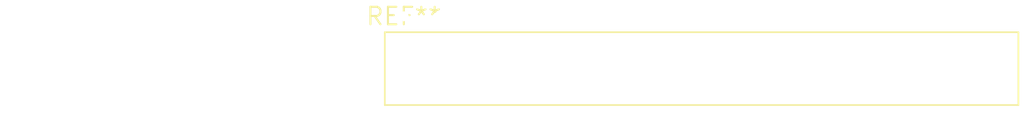
<source format=kicad_pcb>
(kicad_pcb (version 20240108) (generator pcbnew)
  (layers (0 "F.Cu" signal) (31 "B.Cu" signal) (34 "B.Paste" user) (35 "F.Paste" user) (36 "B.SilkS" user "B.Silkscreen") (37 "F.SilkS" user "F.Silkscreen") (38 "B.Mask" user) (39 "F.Mask" user) (44 "Edge.Cuts" user))
  (net 0 "")
  (footprint "Samtec_HLE-118-02-xx-DV-PE_2x18_P2.54mm_Horizontal" (layer "F.Cu") (at 0 0)
    (property "Reference" "REF**")
    (property "Value" "Samtec_HLE-118-02-xx-DV-PE_2x18_P2.54mm_Horizontal")
    (fp_line (start -1.38 1.16) (end 44.56 1.16) (layer "F.SilkS") (stroke (width 0.12)))
    (fp_line (start -1.38 6.46) (end -1.38 1.16) (layer "F.SilkS") (stroke (width 0.12)))
    (fp_line (start 44.56 1.16) (end 44.56 6.46) (layer "F.SilkS") (stroke (width 0.12)))
    (fp_line (start 44.56 6.46) (end -1.38 6.46) (layer "F.SilkS") (stroke (width 0.12)))
    (pad "" np_thru_hole circle (at 0 2.54) (size 1.4 1.4) (drill 1.4) (layers *.Cu *.Mask))
    (pad "" np_thru_hole circle (at 0 5.08) (size 1.4 1.4) (drill 1.4) (layers *.Cu *.Mask))
    (pad "" np_thru_hole circle (at 2.54 2.54) (size 1.4 1.4) (drill 1.4) (layers *.Cu *.Mask))
    (pad "" np_thru_hole circle (at 2.54 5.08) (size 1.4 1.4) (drill 1.4) (layers *.Cu *.Mask))
    (pad "" np_thru_hole circle (at 5.08 2.54) (size 1.4 1.4) (drill 1.4) (layers *.Cu *.Mask))
    (pad "" np_thru_hole circle (at 5.08 5.08) (size 1.4 1.4) (drill 1.4) (layers *.Cu *.Mask))
    (pad "" np_thru_hole circle (at 7.62 2.54) (size 1.4 1.4) (drill 1.4) (layers *.Cu *.Mask))
    (pad "" np_thru_hole circle (at 7.62 5.08) (size 1.4 1.4) (drill 1.4) (layers *.Cu *.Mask))
    (pad "" np_thru_hole circle (at 10.16 2.54) (size 1.4 1.4) (drill 1.4) (layers *.Cu *.Mask))
    (pad "" np_thru_hole circle (at 10.16 5.08) (size 1.4 1.4) (drill 1.4) (layers *.Cu *.Mask))
    (pad "" np_thru_hole circle (at 12.7 2.54) (size 1.4 1.4) (drill 1.4) (layers *.Cu *.Mask))
    (pad "" np_thru_hole circle (at 12.7 5.08) (size 1.4 1.4) (drill 1.4) (layers *.Cu *.Mask))
    (pad "" np_thru_hole circle (at 15.24 2.54) (size 1.4 1.4) (drill 1.4) (layers *.Cu *.Mask))
    (pad "" np_thru_hole circle (at 15.24 5.08) (size 1.4 1.4) (drill 1.4) (layers *.Cu *.Mask))
    (pad "" np_thru_hole circle (at 17.78 2.54) (size 1.4 1.4) (drill 1.4) (layers *.Cu *.Mask))
    (pad "" np_thru_hole circle (at 17.78 5.08) (size 1.4 1.4) (drill 1.4) (layers *.Cu *.Mask))
    (pad "" np_thru_hole circle (at 20.32 2.54) (size 1.4 1.4) (drill 1.4) (layers *.Cu *.Mask))
    (pad "" np_thru_hole circle (at 20.32 5.08) (size 1.4 1.4) (drill 1.4) (layers *.Cu *.Mask))
    (pad "" np_thru_hole circle (at 22.86 2.54) (size 1.4 1.4) (drill 1.4) (layers *.Cu *.Mask))
    (pad "" np_thru_hole circle (at 22.86 5.08) (size 1.4 1.4) (drill 1.4) (layers *.Cu *.Mask))
    (pad "" np_thru_hole circle (at 25.4 2.54) (size 1.4 1.4) (drill 1.4) (layers *.Cu *.Mask))
    (pad "" np_thru_hole circle (at 25.4 5.08) (size 1.4 1.4) (drill 1.4) (layers *.Cu *.Mask))
    (pad "" np_thru_hole circle (at 27.94 2.54) (size 1.4 1.4) (drill 1.4) (layers *.Cu *.Mask))
    (pad "" np_thru_hole circle (at 27.94 5.08) (size 1.4 1.4) (drill 1.4) (layers *.Cu *.Mask))
    (pad "" np_thru_hole circle (at 30.48 2.54) (size 1.4 1.4) (drill 1.4) (layers *.Cu *.Mask))
    (pad "" np_thru_hole circle (at 30.48 5.08) (size 1.4 1.4) (drill 1.4) (layers *.Cu *.Mask))
    (pad "" np_thru_hole circle (at 33.02 2.54) (size 1.4 1.4) (drill 1.4) (layers *.Cu *.Mask))
    (pad "" np_thru_hole circle (at 33.02 5.08) (size 1.4 1.4) (drill 1.4) (layers *.Cu *.Mask))
    (pad "" np_thru_hole circle (at 35.56 2.54) (size 1.4 1.4) (drill 1.4) (layers *.Cu *.Mask))
    (pad "" np_thru_hole circle (at 35.56 5.08) (size 1.4 1.4) (drill 1.4) (layers *.Cu *.Mask))
    (pad "" np_thru_hole circle (at 38.1 2.54) (size 1.4 1.4) (drill 1.4) (layers *.Cu *.Mask))
    (pad "" np_thru_hole circle (at 38.1 5.08) (size 1.4 1.4) (drill 1.4) (layers *.Cu *.Mask))
    (pad "" np_thru_hole circle (at 40.64 2.54) (size 1.4 1.4) (drill 1.4) (layers *.Cu *.Mask))
    (pad "" np_thru_hole circle (at 40.64 5.08) (size 1.4 1.4) (drill 1.4) (layers *.Cu *.Mask))
    (pad "" np_thru_hole circle (at 43.18 2.54) (size 1.4 1.4) (drill 1.4) (layers *.Cu *.Mask))
    (pad "" np_thru_hole circle (at 43.18 5.08) (size 1.4 1.4) (drill 1.4) (layers *.Cu *.Mask))
    (pad "1" thru_hole roundrect (at 0 0) (size 1.31 1.31) (drill 0.71) (layers *.Cu *.Mask) (remove_unused_layers) (roundrect_rratio 0.19084))
    (pad "2" thru_hole circle (at 0 7.62) (size 1.31 1.31) (drill 0.71) (layers *.Cu *.Mask) (remove_unused_layers))
    (pad "3" thru_hole circle (at 2.54 0) (size 1.31 1.31) (drill 0.71) (layers *.Cu *.Mask) (remove_unused_layers))
    (pad "4" thru_hole circle (at 2.54 7.62) (size 1.31 1.31) (drill 0.71) (layers *.Cu *.Mask) (remove_unused_layers))
    (pad "5" thru_hole circle (at 5.08 0) (size 1.31 1.31) (drill 0.71) (layers *.Cu *.Mask) (remove_unused_layers))
    (pad "6" thru_hole circle (at 5.08 7.62) (size 1.31 1.31) (drill 0.71) (layers *.Cu *.Mask) (remove_unused_layers))
    (pad "7" thru_hole circle (at 7.62 0) (size 1.31 1.31) (drill 0.71) (layers *.Cu *.Mask) (remove_unused_layers))
    (pad "8" thru_hole circle (at 7.62 7.62) (size 1.31 1.31) (drill 0.71) (layers *.Cu *.Mask) (remove_unused_layers))
    (pad "9" thru_hole circle (at 10.16 0) (size 1.31 1.31) (drill 0.71) (layers *.Cu *.Mask) (remove_unused_layers))
    (pad "10" thru_hole circle (at 10.16 7.62) (size 1.31 1.31) (drill 0.71) (layers *.Cu *.Mask) (remove_unused_layers))
    (pad "11" thru_hole circle (at 12.7 0) (size 1.31 1.31) (drill 0.71) (layers *.Cu *.Mask) (remove_unused_layers))
    (pad "12" thru_hole circle (at 12.7 7.62) (size 1.31 1.31) (drill 0.71) (layers *.Cu *.Mask) (remove_unused_layers))
    (pad "13" thru_hole circle (at 15.24 0) (size 1.31 1.31) (drill 0.71) (layers *.Cu *.Mask) (remove_unused_layers))
    (pad "14" thru_hole circle (at 15.24 7.62) (size 1.31 1.31) (drill 0.71) (layers *.Cu *.Mask) (remove_unused_layers))
    (pad "15" thru_hole circle (at 17.78 0) (size 1.31 1.31) (drill 0.71) (layers *.Cu *.Mask) (remove_unused_layers))
    (pad "16" thru_hole circle (at 17.78 7.62) (size 1.31 1.31) (drill 0.71) (layers *.Cu *.Mask) (remove_unused_layers))
    (pad "17" thru_hole circle (at 20.32 0) (size 1.31 1.31) (drill 0.71) (layers *.Cu *.Mask) (remove_unused_layers))
    (pad "18" thru_hole circle (at 20.32 7.62) (size 1.31 1.31) (drill 0.71) (layers *.Cu *.Mask) (remove_unused_layers))
    (pad "19" thru_hole circle (at 22.86 0) (size 1.31 1.31) (drill 0.71) (layers *.Cu *.Mask) (remove_unused_layers))
    (pad "20" thru_hole circle (at 22.86 7.62) (size 1.31 1.31) (drill 0.71) (layers *.Cu *.Mask) (remove_unused_layers))
    (pad "21" thru_hole circle (at 25.4 0) (size 1.31 1.31) (drill 0.71) (layers *.Cu *.Mask) (remove_unused_layers))
    (pad "22" thru_hole circle (at 25.4 7.62) (size 1.31 1.31) (drill 0.71) (layers *.Cu *.Mask) (remove_unused_layers))
    (pad "23" thru_hole circle (at 27.94 0) (size 1.31 1.31) (drill 0.71) (layers *.Cu *.Mask) (remove_unused_layers))
    (pad "24" thru_hole circle (at 27.94 7.62) (size 1.31 1.31) (drill 0.71) (layers *.Cu *.Mask) (remove_unused_layers))
    (pad "25" thru_hole circle (at 30.48 0) (size 1.31 1.31) (drill 0.71) (layers *.Cu *.Mask) (remove_unused_layers))
    (pad "26" thru_hole circle (at 30.48 7.62) (size 1.31 1.31) (drill 0.71) (layers *.Cu *.Mask) (remove_unused_layers))
    (pad "27" thru_hole circle (at 33.02 0) (size 1.31 1.31) (drill 0.71) (layers *.Cu *.Mask) (remove_unused_layers))
    (pad "28" thru_hole circle (at 33.02 7.62) (size 1.31 1.31) (drill 0.71) (layers *.Cu *.Mask) (remove_unused_layers))
    (pad "29" thru_hole circle (at 35.56 0) (size 1.31 1.31) (drill 0.71) (layers *.Cu *.Mask) (remove_unused_layers))
    (pad "30" thru_hole circle (at 35.56 7.62) (size 1.31 1.31) (drill 0.71) (layers *.Cu *.Mask) (remove_unused_layers))
    (pad "31" thru_hole circle (at 38.1 0) (size 1.31 1.31) (drill 0.71) (layers *.Cu *.Mask) (remove_unused_layers))
    (pad "32" thru_hole circle (at 38.1 7.62) (size 1.31 1.31) (drill 0.71) (layers *.Cu *.Mask) (remove_unused_layers))
    (pad "33" thru_hole circle (at 40.64 0) (size 1.31 1.31) (drill 0.71) (layers *.Cu *.Mask) (remove_unused_layers))
    (pad "34" thru_hole circle (at 40.64 7.62) (size 1.31 1.31) (drill 0.71) (layers *.Cu *.Mask) (remove_unused_layers))
    (pad "35" thru_hole circle (at 43.18 0) (size 1.31 1.31) (drill 0.71) (layers *.Cu *.Mask) (remove_unused_layers))
    (pad "36" thru_hole circle (at 43.18 7.62) (size 1.31 1.31) (drill 0.71) (layers *.Cu *.Mask) (remove_unused_layers))
  )
)
</source>
